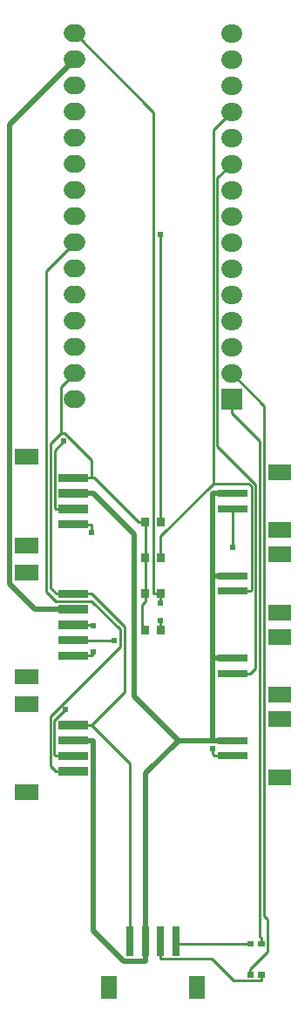
<source format=gtl>
G04 Layer: TopLayer*
G04 EasyEDA v6.4.25, 2021-11-07T18:49:49+08:00*
G04 17709bb464344bc48104dd2e4a5a7999,bf42d0b733a240ea811a95ecb7acc88b,10*
G04 Gerber Generator version 0.2*
G04 Scale: 100 percent, Rotated: No, Reflected: No *
G04 Dimensions in millimeters *
G04 leading zeros omitted , absolute positions ,4 integer and 5 decimal *
%FSLAX45Y45*%
%MOMM*%

%ADD10C,0.2540*%
%ADD11C,0.5000*%
%ADD12C,0.6100*%
%ADD13R,2.9000X0.8000*%
%ADD14R,2.3000X1.5000*%
%ADD15R,0.8000X2.9000*%
%ADD16R,1.5000X2.3000*%
%ADD19R,2.1000X2.1000*%
%ADD20C,1.7780*%
%ADD21C,1.7000*%

%LPD*%
D10*
X3146173Y99989D02*
G01*
X3146173Y155107D01*
X3146173Y155107D02*
G01*
X3313762Y322696D01*
X3313762Y633262D01*
X3278736Y668289D01*
X3278736Y5626851D01*
X2961998Y5943589D01*
X2961998Y5689589D02*
G01*
X2961998Y5556468D01*
X3253818Y399989D02*
G01*
X3253818Y455107D01*
X3253818Y455107D02*
G01*
X3237867Y471058D01*
X3237867Y5280599D01*
X2961998Y5556468D01*
X2972513Y2225029D02*
G01*
X2799387Y2225029D01*
X2799387Y2225029D02*
G01*
X2781429Y2242987D01*
X2781429Y2292822D01*
X2275334Y3540191D02*
G01*
X2275334Y3449995D01*
X2972513Y3025028D02*
G01*
X3145640Y3025028D01*
X3145640Y3025028D02*
G01*
X3196998Y3076387D01*
X3196998Y4861499D01*
X2824380Y5234117D01*
X2824380Y7837972D01*
X2961998Y7975589D01*
X2783512Y4872014D02*
G01*
X3128672Y4872014D01*
X3156130Y4844557D01*
X3156130Y3835516D01*
X3145640Y3825026D01*
X2961998Y8483589D02*
G01*
X2783512Y8305104D01*
X2783512Y4872014D01*
X2783512Y4872014D02*
G01*
X2275334Y4363836D01*
X2275334Y4149994D01*
X2972513Y3825026D02*
G01*
X3145640Y3825026D01*
X2206881Y3800007D02*
G01*
X2206881Y8476706D01*
X1437998Y9245589D01*
X2275334Y3800007D02*
G01*
X2241120Y3800007D01*
X2241120Y3800007D02*
G01*
X2206881Y3800007D01*
X2972513Y4253575D02*
G01*
X2972513Y4625025D01*
X2241120Y3800007D02*
G01*
X2275334Y3765793D01*
X2275334Y3709126D01*
X1427507Y3200008D02*
G01*
X1600634Y3200008D01*
X1600634Y3200008D02*
G01*
X1620624Y3219998D01*
X1620624Y3237829D01*
X1427507Y3349995D02*
G01*
X1819683Y3349995D01*
X1427507Y3500008D02*
G01*
X1600634Y3500008D01*
X1620878Y3492159D02*
G01*
X1608482Y3492159D01*
X1600634Y3500008D01*
X3146173Y399989D02*
G01*
X2452524Y399989D01*
X2425016Y427497D01*
X3253818Y44871D02*
G01*
X2980438Y44871D01*
X2770939Y254370D01*
X2275004Y254370D01*
X3253818Y99989D02*
G01*
X3253818Y44871D01*
X2275004Y427497D02*
G01*
X2275004Y254370D01*
X1427507Y2074992D02*
G01*
X1254381Y2074992D01*
X1437998Y7213589D02*
G01*
X1160299Y6935891D01*
X1160299Y3822613D01*
X1253086Y3729827D01*
X1602869Y3729827D01*
X1879500Y3453196D01*
X1879500Y3287765D01*
X1200533Y2608798D01*
X1200533Y2128840D01*
X1254381Y2074992D01*
X1254381Y2225004D02*
G01*
X1241402Y2237983D01*
X1241402Y2566558D01*
X1348971Y2674127D01*
X1427507Y2225004D02*
G01*
X1254381Y2225004D01*
X1427507Y4474987D02*
G01*
X1600634Y4474987D01*
X1600634Y4474987D02*
G01*
X1600634Y4394037D01*
X1427507Y4624999D02*
G01*
X1254381Y4624999D01*
X1254381Y4624999D02*
G01*
X1244729Y4634651D01*
X1244729Y5195305D01*
X1334289Y5284866D01*
D11*
X2972513Y3175015D02*
G01*
X2796263Y3175015D01*
X2796263Y3175015D02*
G01*
X2777492Y3175015D01*
X2972513Y3975013D02*
G01*
X2777492Y3975013D01*
X2972513Y2375016D02*
G01*
X2777492Y2375016D01*
X1427507Y2374991D02*
G01*
X1622529Y2374991D01*
X2125017Y427497D02*
G01*
X2125017Y232476D01*
X2777492Y3175015D02*
G01*
X2777492Y2375016D01*
X2777492Y3175015D02*
G01*
X2777492Y3975013D01*
X2972513Y4775012D02*
G01*
X2777492Y4775012D01*
X1427507Y4774986D02*
G01*
X1622529Y4774986D01*
X1622529Y4774986D02*
G01*
X2016483Y4381032D01*
X2016483Y2803387D01*
X2444854Y2375016D01*
X2125017Y427497D02*
G01*
X2125017Y2055180D01*
X2444854Y2375016D01*
X2444854Y2375016D02*
G01*
X2777492Y2375016D01*
X2777492Y4775012D02*
G01*
X2777492Y3975013D01*
D10*
X2124661Y3800007D02*
G01*
X2124661Y4149994D01*
X2124661Y4149994D02*
G01*
X2124661Y4500006D01*
X1427507Y2525003D02*
G01*
X1600634Y2525003D01*
X1303352Y5362793D02*
G01*
X1303352Y5808944D01*
X1437998Y5943589D01*
X2124661Y3449995D02*
G01*
X2090447Y3449995D01*
X2090447Y3449995D02*
G01*
X2090447Y3694470D01*
X2124661Y3728684D01*
X2124661Y3800007D02*
G01*
X2124661Y3728684D01*
X2124661Y4500006D02*
G01*
X2056234Y4500006D01*
X1427507Y4924999D02*
G01*
X1600634Y4924999D01*
X1600634Y4924999D02*
G01*
X1631241Y4924999D01*
X2056234Y4500006D01*
X1343662Y3800007D02*
G01*
X1259791Y3800007D01*
X1343662Y3800007D02*
G01*
X1427507Y3800007D01*
X1600634Y2525003D02*
G01*
X1975004Y2150633D01*
X1975004Y427497D01*
X1427507Y3800007D02*
G01*
X1600634Y3800007D01*
X1600634Y4924999D02*
G01*
X1600634Y5101452D01*
X1339293Y5362793D01*
X1303352Y5362793D01*
X1259791Y3800007D02*
G01*
X1202032Y3857767D01*
X1202032Y5261472D01*
X1303352Y5362793D01*
X1600634Y2525003D02*
G01*
X1920369Y2844739D01*
X1920369Y3480272D01*
X1600634Y3800007D01*
D11*
X1427507Y3649995D02*
G01*
X1054534Y3649995D01*
X807468Y3897061D01*
X807468Y8361060D01*
X1437998Y8991589D01*
D10*
X2275334Y4500006D02*
G01*
X2275334Y7288926D01*
D11*
X1622529Y2374991D02*
G01*
X1622529Y523610D01*
X1913663Y232476D01*
X2125017Y232476D01*
G36*
X1282494Y4964993D02*
G01*
X1572496Y4964993D01*
X1572496Y4884994D01*
X1282494Y4884994D01*
G37*
G36*
X1282494Y4814994D02*
G01*
X1572496Y4814994D01*
X1572496Y4734994D01*
X1282494Y4734994D01*
G37*
G36*
X1282494Y4664994D02*
G01*
X1572496Y4664994D01*
X1572496Y4584994D01*
X1282494Y4584994D01*
G37*
G36*
X857493Y4345010D02*
G01*
X1087495Y4345010D01*
X1087495Y4195008D01*
X857493Y4195008D01*
G37*
G36*
X857493Y5204995D02*
G01*
X1087495Y5204995D01*
X1087495Y5054993D01*
X857493Y5054993D01*
G37*
G36*
X1282494Y4514994D02*
G01*
X1572496Y4514994D01*
X1572496Y4434994D01*
X1282494Y4434994D01*
G37*
G36*
X1282494Y2564993D02*
G01*
X1572496Y2564993D01*
X1572496Y2484993D01*
X1282494Y2484993D01*
G37*
G36*
X1282494Y2414993D02*
G01*
X1572496Y2414993D01*
X1572496Y2334994D01*
X1282494Y2334994D01*
G37*
G36*
X1282494Y2264994D02*
G01*
X1572496Y2264994D01*
X1572496Y2184994D01*
X1282494Y2184994D01*
G37*
G36*
X857493Y1945010D02*
G01*
X1087495Y1945010D01*
X1087495Y1795007D01*
X857493Y1795007D01*
G37*
G36*
X857493Y2804995D02*
G01*
X1087495Y2804995D01*
X1087495Y2654993D01*
X857493Y2654993D01*
G37*
G36*
X1282494Y2114994D02*
G01*
X1572496Y2114994D01*
X1572496Y2034994D01*
X1282494Y2034994D01*
G37*
D15*
G01*
X1975002Y427481D03*
G01*
X2125014Y427481D03*
G01*
X2275001Y427481D03*
D16*
G01*
X2629992Y-27508D03*
G01*
X1769998Y-27508D03*
D15*
G01*
X2425014Y427481D03*
G36*
X1282494Y3840002D02*
G01*
X1572496Y3840002D01*
X1572496Y3760002D01*
X1282494Y3760002D01*
G37*
G36*
X1282494Y3690002D02*
G01*
X1572496Y3690002D01*
X1572496Y3610002D01*
X1282494Y3610002D01*
G37*
G36*
X1282494Y3540003D02*
G01*
X1572496Y3540003D01*
X1572496Y3460003D01*
X1282494Y3460003D01*
G37*
G36*
X1282494Y3390003D02*
G01*
X1572496Y3390003D01*
X1572496Y3310003D01*
X1282494Y3310003D01*
G37*
G36*
X1282494Y3240001D02*
G01*
X1572496Y3240001D01*
X1572496Y3160001D01*
X1282494Y3160001D01*
G37*
G36*
X857493Y3069998D02*
G01*
X1087495Y3069998D01*
X1087495Y2919996D01*
X857493Y2919996D01*
G37*
G36*
X857493Y4080004D02*
G01*
X1087495Y4080004D01*
X1087495Y3930002D01*
X857493Y3930002D01*
G37*
D13*
G01*
X2972511Y4625009D03*
G01*
X2972511Y4774996D03*
D14*
G01*
X3427475Y4420006D03*
G01*
X3427475Y4980000D03*
D13*
G01*
X2972511Y3825011D03*
G01*
X2972511Y3974998D03*
D14*
G01*
X3427475Y3620007D03*
G01*
X3427475Y4180001D03*
D13*
G01*
X2972511Y3025012D03*
G01*
X2972511Y3175000D03*
D14*
G01*
X3427475Y2820009D03*
G01*
X3427475Y3380003D03*
D13*
G01*
X2972511Y2225014D03*
G01*
X2972511Y2375001D03*
D14*
G01*
X3427475Y2020011D03*
G01*
X3427475Y2580004D03*
G36*
X3222000Y372998D02*
G01*
X3222000Y426999D01*
X3285650Y426999D01*
X3285650Y372998D01*
G37*
G36*
X3178002Y372998D02*
G01*
X3178002Y426999D01*
X3114352Y426999D01*
X3114352Y372998D01*
G37*
G36*
X3222000Y72999D02*
G01*
X3222000Y127000D01*
X3285650Y127000D01*
X3285650Y72999D01*
G37*
G36*
X3178002Y72999D02*
G01*
X3178002Y127000D01*
X3114352Y127000D01*
X3114352Y72999D01*
G37*
G36*
X2235001Y4456800D02*
G01*
X2235001Y4543201D01*
X2315649Y4543201D01*
X2315649Y4456800D01*
G37*
G36*
X2164999Y4456800D02*
G01*
X2164999Y4543201D01*
X2084351Y4543201D01*
X2084351Y4456800D01*
G37*
G36*
X2235001Y4106798D02*
G01*
X2235001Y4193199D01*
X2315649Y4193199D01*
X2315649Y4106798D01*
G37*
G36*
X2164999Y4106798D02*
G01*
X2164999Y4193199D01*
X2084351Y4193199D01*
X2084351Y4106798D01*
G37*
G36*
X2235001Y3756799D02*
G01*
X2235001Y3843200D01*
X2315649Y3843200D01*
X2315649Y3756799D01*
G37*
G36*
X2164999Y3756799D02*
G01*
X2164999Y3843200D01*
X2084351Y3843200D01*
X2084351Y3756799D01*
G37*
G36*
X2235001Y3406800D02*
G01*
X2235001Y3493201D01*
X2315649Y3493201D01*
X2315649Y3406800D01*
G37*
G36*
X2164999Y3406800D02*
G01*
X2164999Y3493201D01*
X2084351Y3493201D01*
X2084351Y3406800D01*
G37*
D19*
G01*
X2961995Y5689600D03*
D12*
G01*
X1334287Y5284876D03*
G01*
X1600631Y4394047D03*
G01*
X1348968Y2674137D03*
G01*
X1620875Y3492169D03*
G01*
X1819681Y3350005D03*
G01*
X1620621Y3237839D03*
G01*
X2972511Y4253585D03*
G01*
X2275331Y3709136D03*
G01*
X2275331Y7288936D03*
G01*
X2275331Y3540201D03*
G01*
X2781427Y2292832D03*
D20*
X2945894Y5943600D02*
G01*
X2978096Y5943600D01*
X2945894Y6197600D02*
G01*
X2978096Y6197600D01*
X2945894Y6451600D02*
G01*
X2978096Y6451600D01*
X2945894Y6705600D02*
G01*
X2978096Y6705600D01*
X2945894Y6959600D02*
G01*
X2978096Y6959600D01*
X2945894Y7213600D02*
G01*
X2978096Y7213600D01*
X2945894Y7467600D02*
G01*
X2978096Y7467600D01*
X2945894Y7721600D02*
G01*
X2978096Y7721600D01*
X2945894Y7975600D02*
G01*
X2978096Y7975600D01*
X2945894Y8229600D02*
G01*
X2978096Y8229600D01*
X2945894Y8483600D02*
G01*
X2978096Y8483600D01*
X2945894Y8737600D02*
G01*
X2978096Y8737600D01*
X2945894Y8991600D02*
G01*
X2978096Y8991600D01*
X2945894Y9245600D02*
G01*
X2978096Y9245600D01*
D21*
X1417995Y5689600D02*
G01*
X1457995Y5689600D01*
X1417995Y5943600D02*
G01*
X1457995Y5943600D01*
X1417995Y6197600D02*
G01*
X1457995Y6197600D01*
X1417995Y6451600D02*
G01*
X1457995Y6451600D01*
X1417995Y6705600D02*
G01*
X1457995Y6705600D01*
X1417995Y6959600D02*
G01*
X1457995Y6959600D01*
X1417995Y7213600D02*
G01*
X1457995Y7213600D01*
X1417995Y7467600D02*
G01*
X1457995Y7467600D01*
X1417995Y7721600D02*
G01*
X1457995Y7721600D01*
X1417995Y7975600D02*
G01*
X1457995Y7975600D01*
X1417995Y8229600D02*
G01*
X1457995Y8229600D01*
X1417995Y8483600D02*
G01*
X1457995Y8483600D01*
X1417995Y8737600D02*
G01*
X1457995Y8737600D01*
X1417995Y8991600D02*
G01*
X1457995Y8991600D01*
X1417995Y9245600D02*
G01*
X1457995Y9245600D01*
M02*

</source>
